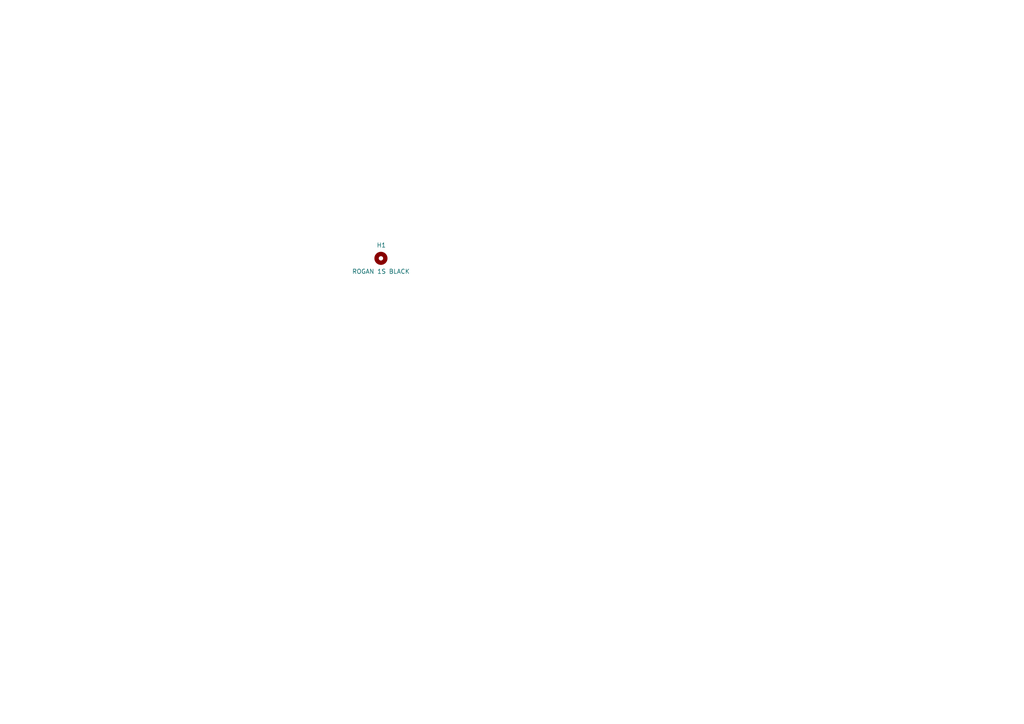
<source format=kicad_sch>
(kicad_sch (version 20211123) (generator eeschema)
  (paper "A4")
  (lib_symbols
    (symbol "Mechanical:MountingHole" (pin_names (offset 1.016))
      (property "Reference" "H" (at 0 5.08 0))
      (property "Value" "MountingHole" (at 0 3.175 0))
      (symbol "MountingHole_0_1"
        (circle (center 0 0) (radius 1.27) (stroke (width 1.27)))
      )
    )
  )
  (symbol (lib_id "Mechanical:MountingHole") (at 110.49 74.93 90) (mirror x) (unit 1)
    (property "Reference" "H1" (at 109.22 71.12 90) (effects (justify right)))
    (property "Value" "ROGAN 1S BLACK" (at 110.49 78.74 90))
    (property "Footprint" "Empty:Empty" (effects hide))
    (property "Device" "Knob" (effects hide))
    (property "Description" "1S - Small Encoder BLACK (D Shaft) - Rogan PT Plastic Knob" (effects hide))
    (property "Place" "No" (effects hide))
    (property "Dist" "Thonk" (effects hide))
    (property "DistLink" "https://www.thonk.co.uk/shop/make-noise-mutable-style-knobs/" (effects hide))
    (property "Remarks" "Choose Black" (effects hide))
    (property "Simulator" "erb::AlphaPot <erb::Rogan1SBlack>" (effects hide))
  )
)
</source>
